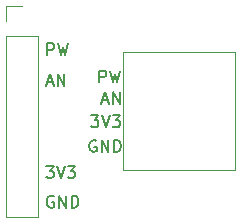
<source format=gbr>
%TF.GenerationSoftware,KiCad,Pcbnew,7.0.10-7.0.10~ubuntu22.04.1*%
%TF.CreationDate,2024-08-18T21:11:38-07:00*%
%TF.ProjectId,xl_maxsonar_adapter,786c5f6d-6178-4736-9f6e-61725f616461,rev?*%
%TF.SameCoordinates,Original*%
%TF.FileFunction,Legend,Top*%
%TF.FilePolarity,Positive*%
%FSLAX46Y46*%
G04 Gerber Fmt 4.6, Leading zero omitted, Abs format (unit mm)*
G04 Created by KiCad (PCBNEW 7.0.10-7.0.10~ubuntu22.04.1) date 2024-08-18 21:11:38*
%MOMM*%
%LPD*%
G01*
G04 APERTURE LIST*
%ADD10C,0.150000*%
%ADD11C,0.100000*%
%ADD12C,0.120000*%
G04 APERTURE END LIST*
D10*
X58260588Y-62117438D02*
X58165350Y-62069819D01*
X58165350Y-62069819D02*
X58022493Y-62069819D01*
X58022493Y-62069819D02*
X57879636Y-62117438D01*
X57879636Y-62117438D02*
X57784398Y-62212676D01*
X57784398Y-62212676D02*
X57736779Y-62307914D01*
X57736779Y-62307914D02*
X57689160Y-62498390D01*
X57689160Y-62498390D02*
X57689160Y-62641247D01*
X57689160Y-62641247D02*
X57736779Y-62831723D01*
X57736779Y-62831723D02*
X57784398Y-62926961D01*
X57784398Y-62926961D02*
X57879636Y-63022200D01*
X57879636Y-63022200D02*
X58022493Y-63069819D01*
X58022493Y-63069819D02*
X58117731Y-63069819D01*
X58117731Y-63069819D02*
X58260588Y-63022200D01*
X58260588Y-63022200D02*
X58308207Y-62974580D01*
X58308207Y-62974580D02*
X58308207Y-62641247D01*
X58308207Y-62641247D02*
X58117731Y-62641247D01*
X58736779Y-63069819D02*
X58736779Y-62069819D01*
X58736779Y-62069819D02*
X59308207Y-63069819D01*
X59308207Y-63069819D02*
X59308207Y-62069819D01*
X59784398Y-63069819D02*
X59784398Y-62069819D01*
X59784398Y-62069819D02*
X60022493Y-62069819D01*
X60022493Y-62069819D02*
X60165350Y-62117438D01*
X60165350Y-62117438D02*
X60260588Y-62212676D01*
X60260588Y-62212676D02*
X60308207Y-62307914D01*
X60308207Y-62307914D02*
X60355826Y-62498390D01*
X60355826Y-62498390D02*
X60355826Y-62641247D01*
X60355826Y-62641247D02*
X60308207Y-62831723D01*
X60308207Y-62831723D02*
X60260588Y-62926961D01*
X60260588Y-62926961D02*
X60165350Y-63022200D01*
X60165350Y-63022200D02*
X60022493Y-63069819D01*
X60022493Y-63069819D02*
X59784398Y-63069819D01*
X54089160Y-57184104D02*
X54565350Y-57184104D01*
X53993922Y-57469819D02*
X54327255Y-56469819D01*
X54327255Y-56469819D02*
X54660588Y-57469819D01*
X54993922Y-57469819D02*
X54993922Y-56469819D01*
X54993922Y-56469819D02*
X55565350Y-57469819D01*
X55565350Y-57469819D02*
X55565350Y-56469819D01*
X54041541Y-64269819D02*
X54660588Y-64269819D01*
X54660588Y-64269819D02*
X54327255Y-64650771D01*
X54327255Y-64650771D02*
X54470112Y-64650771D01*
X54470112Y-64650771D02*
X54565350Y-64698390D01*
X54565350Y-64698390D02*
X54612969Y-64746009D01*
X54612969Y-64746009D02*
X54660588Y-64841247D01*
X54660588Y-64841247D02*
X54660588Y-65079342D01*
X54660588Y-65079342D02*
X54612969Y-65174580D01*
X54612969Y-65174580D02*
X54565350Y-65222200D01*
X54565350Y-65222200D02*
X54470112Y-65269819D01*
X54470112Y-65269819D02*
X54184398Y-65269819D01*
X54184398Y-65269819D02*
X54089160Y-65222200D01*
X54089160Y-65222200D02*
X54041541Y-65174580D01*
X54946303Y-64269819D02*
X55279636Y-65269819D01*
X55279636Y-65269819D02*
X55612969Y-64269819D01*
X55851065Y-64269819D02*
X56470112Y-64269819D01*
X56470112Y-64269819D02*
X56136779Y-64650771D01*
X56136779Y-64650771D02*
X56279636Y-64650771D01*
X56279636Y-64650771D02*
X56374874Y-64698390D01*
X56374874Y-64698390D02*
X56422493Y-64746009D01*
X56422493Y-64746009D02*
X56470112Y-64841247D01*
X56470112Y-64841247D02*
X56470112Y-65079342D01*
X56470112Y-65079342D02*
X56422493Y-65174580D01*
X56422493Y-65174580D02*
X56374874Y-65222200D01*
X56374874Y-65222200D02*
X56279636Y-65269819D01*
X56279636Y-65269819D02*
X55993922Y-65269819D01*
X55993922Y-65269819D02*
X55898684Y-65222200D01*
X55898684Y-65222200D02*
X55851065Y-65174580D01*
X58536779Y-57169819D02*
X58536779Y-56169819D01*
X58536779Y-56169819D02*
X58917731Y-56169819D01*
X58917731Y-56169819D02*
X59012969Y-56217438D01*
X59012969Y-56217438D02*
X59060588Y-56265057D01*
X59060588Y-56265057D02*
X59108207Y-56360295D01*
X59108207Y-56360295D02*
X59108207Y-56503152D01*
X59108207Y-56503152D02*
X59060588Y-56598390D01*
X59060588Y-56598390D02*
X59012969Y-56646009D01*
X59012969Y-56646009D02*
X58917731Y-56693628D01*
X58917731Y-56693628D02*
X58536779Y-56693628D01*
X59441541Y-56169819D02*
X59679636Y-57169819D01*
X59679636Y-57169819D02*
X59870112Y-56455533D01*
X59870112Y-56455533D02*
X60060588Y-57169819D01*
X60060588Y-57169819D02*
X60298684Y-56169819D01*
X54136779Y-54869819D02*
X54136779Y-53869819D01*
X54136779Y-53869819D02*
X54517731Y-53869819D01*
X54517731Y-53869819D02*
X54612969Y-53917438D01*
X54612969Y-53917438D02*
X54660588Y-53965057D01*
X54660588Y-53965057D02*
X54708207Y-54060295D01*
X54708207Y-54060295D02*
X54708207Y-54203152D01*
X54708207Y-54203152D02*
X54660588Y-54298390D01*
X54660588Y-54298390D02*
X54612969Y-54346009D01*
X54612969Y-54346009D02*
X54517731Y-54393628D01*
X54517731Y-54393628D02*
X54136779Y-54393628D01*
X55041541Y-53869819D02*
X55279636Y-54869819D01*
X55279636Y-54869819D02*
X55470112Y-54155533D01*
X55470112Y-54155533D02*
X55660588Y-54869819D01*
X55660588Y-54869819D02*
X55898684Y-53869819D01*
X57841541Y-59969819D02*
X58460588Y-59969819D01*
X58460588Y-59969819D02*
X58127255Y-60350771D01*
X58127255Y-60350771D02*
X58270112Y-60350771D01*
X58270112Y-60350771D02*
X58365350Y-60398390D01*
X58365350Y-60398390D02*
X58412969Y-60446009D01*
X58412969Y-60446009D02*
X58460588Y-60541247D01*
X58460588Y-60541247D02*
X58460588Y-60779342D01*
X58460588Y-60779342D02*
X58412969Y-60874580D01*
X58412969Y-60874580D02*
X58365350Y-60922200D01*
X58365350Y-60922200D02*
X58270112Y-60969819D01*
X58270112Y-60969819D02*
X57984398Y-60969819D01*
X57984398Y-60969819D02*
X57889160Y-60922200D01*
X57889160Y-60922200D02*
X57841541Y-60874580D01*
X58746303Y-59969819D02*
X59079636Y-60969819D01*
X59079636Y-60969819D02*
X59412969Y-59969819D01*
X59651065Y-59969819D02*
X60270112Y-59969819D01*
X60270112Y-59969819D02*
X59936779Y-60350771D01*
X59936779Y-60350771D02*
X60079636Y-60350771D01*
X60079636Y-60350771D02*
X60174874Y-60398390D01*
X60174874Y-60398390D02*
X60222493Y-60446009D01*
X60222493Y-60446009D02*
X60270112Y-60541247D01*
X60270112Y-60541247D02*
X60270112Y-60779342D01*
X60270112Y-60779342D02*
X60222493Y-60874580D01*
X60222493Y-60874580D02*
X60174874Y-60922200D01*
X60174874Y-60922200D02*
X60079636Y-60969819D01*
X60079636Y-60969819D02*
X59793922Y-60969819D01*
X59793922Y-60969819D02*
X59698684Y-60922200D01*
X59698684Y-60922200D02*
X59651065Y-60874580D01*
X58789160Y-58684104D02*
X59265350Y-58684104D01*
X58693922Y-58969819D02*
X59027255Y-57969819D01*
X59027255Y-57969819D02*
X59360588Y-58969819D01*
X59693922Y-58969819D02*
X59693922Y-57969819D01*
X59693922Y-57969819D02*
X60265350Y-58969819D01*
X60265350Y-58969819D02*
X60265350Y-57969819D01*
X54660588Y-66817438D02*
X54565350Y-66769819D01*
X54565350Y-66769819D02*
X54422493Y-66769819D01*
X54422493Y-66769819D02*
X54279636Y-66817438D01*
X54279636Y-66817438D02*
X54184398Y-66912676D01*
X54184398Y-66912676D02*
X54136779Y-67007914D01*
X54136779Y-67007914D02*
X54089160Y-67198390D01*
X54089160Y-67198390D02*
X54089160Y-67341247D01*
X54089160Y-67341247D02*
X54136779Y-67531723D01*
X54136779Y-67531723D02*
X54184398Y-67626961D01*
X54184398Y-67626961D02*
X54279636Y-67722200D01*
X54279636Y-67722200D02*
X54422493Y-67769819D01*
X54422493Y-67769819D02*
X54517731Y-67769819D01*
X54517731Y-67769819D02*
X54660588Y-67722200D01*
X54660588Y-67722200D02*
X54708207Y-67674580D01*
X54708207Y-67674580D02*
X54708207Y-67341247D01*
X54708207Y-67341247D02*
X54517731Y-67341247D01*
X55136779Y-67769819D02*
X55136779Y-66769819D01*
X55136779Y-66769819D02*
X55708207Y-67769819D01*
X55708207Y-67769819D02*
X55708207Y-66769819D01*
X56184398Y-67769819D02*
X56184398Y-66769819D01*
X56184398Y-66769819D02*
X56422493Y-66769819D01*
X56422493Y-66769819D02*
X56565350Y-66817438D01*
X56565350Y-66817438D02*
X56660588Y-66912676D01*
X56660588Y-66912676D02*
X56708207Y-67007914D01*
X56708207Y-67007914D02*
X56755826Y-67198390D01*
X56755826Y-67198390D02*
X56755826Y-67341247D01*
X56755826Y-67341247D02*
X56708207Y-67531723D01*
X56708207Y-67531723D02*
X56660588Y-67626961D01*
X56660588Y-67626961D02*
X56565350Y-67722200D01*
X56565350Y-67722200D02*
X56422493Y-67769819D01*
X56422493Y-67769819D02*
X56184398Y-67769819D01*
D11*
%TO.C,J2*%
X60500000Y-54600000D02*
X60500000Y-64600000D01*
X60500000Y-54600000D02*
X70000000Y-54600000D01*
X60500000Y-64600000D02*
X70000000Y-64600000D01*
X70000000Y-54600000D02*
X70000000Y-64600000D01*
D12*
%TO.C,J1*%
X50670000Y-50670000D02*
X52000000Y-50670000D01*
X50670000Y-52000000D02*
X50670000Y-50670000D01*
X50670000Y-53270000D02*
X50670000Y-68570000D01*
X50670000Y-53270000D02*
X53330000Y-53270000D01*
X50670000Y-68570000D02*
X53330000Y-68570000D01*
X53330000Y-53270000D02*
X53330000Y-68570000D01*
%TD*%
M02*

</source>
